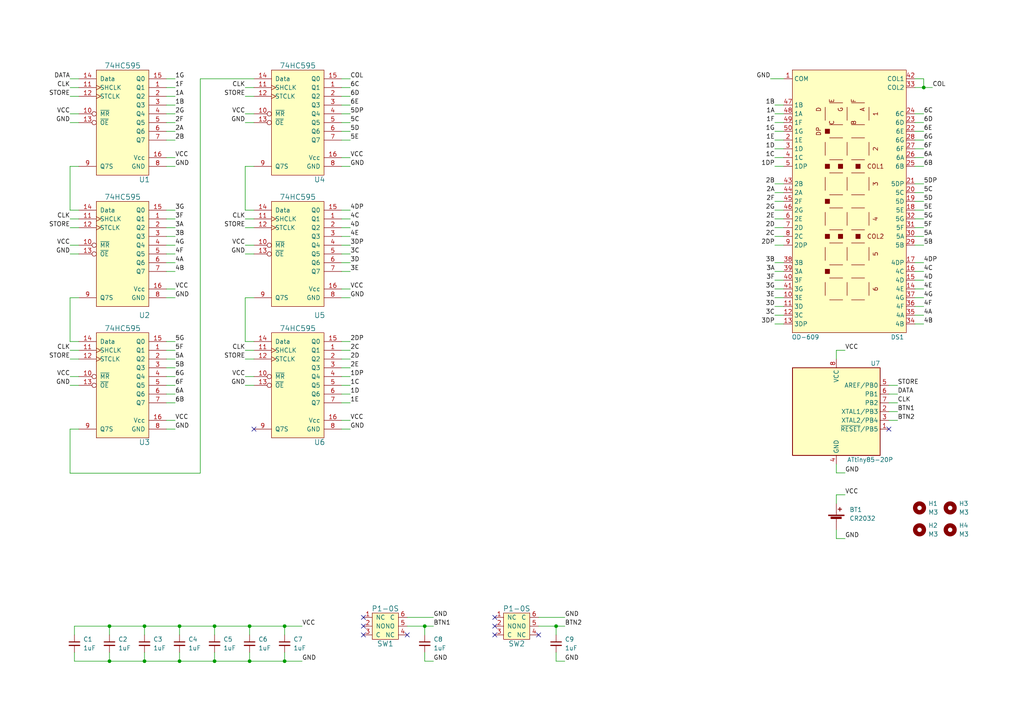
<source format=kicad_sch>
(kicad_sch (version 20211123) (generator eeschema)
  (paper "A4")
  (lib_symbols
    (symbol "Device:Battery_Cell" (pin_numbers hide) (pin_names (offset 0) hide)
      (property "Reference" "BT" (at 2.54 2.54 0))
      (property "Value" "Battery_Cell" (at 2.54 0 0))
      (symbol "Battery_Cell_0_1"
        (rectangle (start -2.286 1.778) (end 2.286 1.524) (fill (type outline)))
        (rectangle (start -1.5748 1.1938) (end 1.4732 0.6858) (fill (type outline)))
        (polyline (pts (xy 0 0.762) (xy 0 0)))
        (polyline (pts (xy 0 1.778) (xy 0 2.54)))
        (polyline (pts (xy 0.508 3.429) (xy 1.524 3.429)) (stroke (width 0.254)))
        (polyline (pts (xy 1.016 3.937) (xy 1.016 2.921)) (stroke (width 0.254)))
      )
      (symbol "Battery_Cell_1_1"
        (pin passive line (at 0 5.08 270) (length 2.54) (name "+") (number "1"))
        (pin passive line (at 0 -2.54 90) (length 2.54) (name "-") (number "2"))
      )
    )
    (symbol "Device:C_Small" (pin_numbers hide) (pin_names (offset 0.254) hide)
      (property "Reference" "C" (at 0.254 1.778 0))
      (property "Value" "C_Small" (at 0.254 -2.032 0))
      (symbol "C_Small_0_1"
        (polyline (pts (xy -1.524 -0.508) (xy 1.524 -0.508)) (stroke (width 0.3302)))
        (polyline (pts (xy -1.524 0.508) (xy 1.524 0.508)) (stroke (width 0.3048)))
      )
      (symbol "C_Small_1_1"
        (pin passive line (at 0 2.54 270) (length 2.032) (name "~") (number "1"))
        (pin passive line (at 0 -2.54 90) (length 2.032) (name "~") (number "2"))
      )
    )
    (symbol "MCU_Microchip_ATtiny:ATtiny85-20P"
      (property "Reference" "U" (at -12.7 13.97 0))
      (property "Value" "ATtiny85-20P" (at 2.54 -13.97 0))
      (symbol "ATtiny85-20P_0_1"
        (rectangle (start -12.7 -12.7) (end 12.7 12.7) (stroke (width 0.254)) (fill (type background)))
      )
      (symbol "ATtiny85-20P_1_1"
        (pin bidirectional line (at 15.24 -5.08 180) (length 2.54) (name "~{RESET}/PB5") (number "1"))
        (pin bidirectional line (at 15.24 0 180) (length 2.54) (name "XTAL1/PB3") (number "2"))
        (pin bidirectional line (at 15.24 -2.54 180) (length 2.54) (name "XTAL2/PB4") (number "3"))
        (pin power_in line (at 0 -15.24 90) (length 2.54) (name "GND") (number "4"))
        (pin bidirectional line (at 15.24 7.62 180) (length 2.54) (name "AREF/PB0") (number "5"))
        (pin bidirectional line (at 15.24 5.08 180) (length 2.54) (name "PB1") (number "6"))
        (pin bidirectional line (at 15.24 2.54 180) (length 2.54) (name "PB2") (number "7"))
        (pin power_in line (at 0 15.24 270) (length 2.54) (name "VCC") (number "8"))
      )
    )
    (symbol "Mechanical:MountingHole" (pin_names (offset 1.016))
      (property "Reference" "H" (at 0 5.08 0))
      (property "Value" "MountingHole" (at 0 3.175 0))
      (symbol "MountingHole_0_1"
        (circle (center 0 0) (radius 1.27) (stroke (width 1.27)))
      )
    )
    (symbol "ZZ_74xx_Custom:74HC595-DWW" (pin_names (offset 1.016))
      (property "Reference" "U" (at 0 -16.51 0))
      (property "Value" "74HC595-DWW" (at 0 16.51 0))
      (symbol "74HC595-DWW_0_1"
        (rectangle (start -7.62 15.24) (end 7.62 -15.24) (fill (type background)))
      )
      (symbol "74HC595-DWW_1_1"
        (pin output line (at 12.7 10.16 180) (length 5.08) (name "Q1") (number "1"))
        (pin input inverted (at -12.7 2.54 0) (length 5.08) (name "~{MR}") (number "10"))
        (pin input clock (at -12.7 10.16 0) (length 5.08) (name "SHCLK") (number "11"))
        (pin input clock (at -12.7 7.62 0) (length 5.08) (name "STCLK") (number "12"))
        (pin input inverted (at -12.7 0 0) (length 5.08) (name "~{OE}") (number "13"))
        (pin input line (at -12.7 12.7 0) (length 5.08) (name "Data") (number "14"))
        (pin output line (at 12.7 12.7 180) (length 5.08) (name "Q0") (number "15"))
        (pin power_in line (at 12.7 -10.16 180) (length 5.08) (name "Vcc") (number "16"))
        (pin output line (at 12.7 7.62 180) (length 5.08) (name "Q2") (number "2"))
        (pin output line (at 12.7 5.08 180) (length 5.08) (name "Q3") (number "3"))
        (pin output line (at 12.7 2.54 180) (length 5.08) (name "Q4") (number "4"))
        (pin output line (at 12.7 0 180) (length 5.08) (name "Q5") (number "5"))
        (pin output line (at 12.7 -2.54 180) (length 5.08) (name "Q6") (number "6"))
        (pin output line (at 12.7 -5.08 180) (length 5.08) (name "Q7") (number "7"))
        (pin power_in line (at 12.7 -12.7 180) (length 5.08) (name "GND") (number "8"))
        (pin output line (at -12.7 -12.7 0) (length 5.08) (name "Q7S") (number "9"))
      )
    )
    (symbol "ZZ_Display_Custom:OD-609"
      (property "Reference" "DS" (at 15.24 -39.37 0))
      (property "Value" "OD-609" (at -12.7 -39.37 0))
      (symbol "OD-609_0_0"
        (rectangle (start -16.51 38.1) (end 16.51 -38.1) (fill (type background)))
        (rectangle (start -6.985 -19.685) (end -5.715 -20.955) (fill (type outline)))
        (rectangle (start -6.985 -9.525) (end -5.715 -10.795) (fill (type outline)))
        (rectangle (start -6.985 0.635) (end -5.715 -0.635) (fill (type outline)))
        (rectangle (start -6.985 10.795) (end -5.715 9.525) (fill (type outline)))
        (rectangle (start -6.985 20.955) (end -5.715 19.685) (fill (type outline)))
        (rectangle (start -3.175 -9.525) (end -1.905 -10.795) (fill (type outline)))
        (rectangle (start -3.175 10.795) (end -1.905 9.525) (fill (type outline)))
        (rectangle (start 1.905 -9.525) (end 3.175 -10.795) (fill (type outline)))
        (rectangle (start 1.905 10.795) (end 3.175 9.525) (fill (type outline)))
        (text "1" (at 7.62 25.4 900) (effects (font (size 1.27 1.27))))
        (text "2" (at 7.62 15.24 900) (effects (font (size 1.27 1.27))))
        (text "3" (at 7.62 5.08 900) (effects (font (size 1.27 1.27))))
        (text "4" (at 7.62 -5.08 900) (effects (font (size 1.27 1.27))))
        (text "5" (at 7.62 -15.24 900) (effects (font (size 1.27 1.27))))
        (text "6" (at 7.62 -25.4 900) (effects (font (size 1.27 1.27))))
        (text "A" (at 3.81 26.67 900) (effects (font (size 1.27 1.27))))
        (text "B" (at 1.27 22.86 900) (effects (font (size 1.27 1.27))))
        (text "C" (at -5.08 22.86 900) (effects (font (size 1.27 1.27))))
        (text "COL1" (at 7.62 10.16 0) (effects (font (size 1.27 1.27))))
        (text "COL2" (at 7.62 -10.16 0) (effects (font (size 1.27 1.27))))
        (text "D" (at -8.89 26.67 900) (effects (font (size 1.27 1.27))))
        (text "DP" (at -8.89 20.32 900) (effects (font (size 1.27 1.27))))
        (text "E" (at -5.08 29.21 900) (effects (font (size 1.27 1.27))))
        (text "F" (at 1.27 29.21 900) (effects (font (size 1.27 1.27))))
        (text "G" (at -2.54 26.67 900) (effects (font (size 1.27 1.27))))
      )
      (symbol "OD-609_0_1"
        (polyline (pts (xy -6.985 -27.305) (xy -6.985 -23.495)))
        (polyline (pts (xy -6.985 -17.145) (xy -6.985 -13.335)))
        (polyline (pts (xy -6.985 -6.985) (xy -6.985 -3.175)))
        (polyline (pts (xy -6.985 3.175) (xy -6.985 6.985)))
        (polyline (pts (xy -6.985 13.335) (xy -6.985 17.145)))
        (polyline (pts (xy -6.985 23.495) (xy -6.985 27.305)))
        (polyline (pts (xy -1.905 -28.575) (xy -5.715 -28.575)))
        (polyline (pts (xy -1.905 -22.225) (xy -5.715 -22.225)))
        (polyline (pts (xy -1.905 -18.415) (xy -5.715 -18.415)))
        (polyline (pts (xy -1.905 -12.065) (xy -5.715 -12.065)))
        (polyline (pts (xy -1.905 -8.255) (xy -5.715 -8.255)))
        (polyline (pts (xy -1.905 -1.905) (xy -5.715 -1.905)))
        (polyline (pts (xy -1.905 1.905) (xy -5.715 1.905)))
        (polyline (pts (xy -1.905 8.255) (xy -5.715 8.255)))
        (polyline (pts (xy -1.905 12.065) (xy -5.715 12.065)))
        (polyline (pts (xy -1.905 18.415) (xy -5.715 18.415)))
        (polyline (pts (xy -1.905 22.225) (xy -5.715 22.225)))
        (polyline (pts (xy -1.905 28.575) (xy -5.715 28.575)))
        (polyline (pts (xy -0.635 -23.495) (xy -0.635 -27.305)))
        (polyline (pts (xy -0.635 -13.335) (xy -0.635 -17.145)))
        (polyline (pts (xy -0.635 -3.175) (xy -0.635 -6.985)))
        (polyline (pts (xy -0.635 6.985) (xy -0.635 3.175)))
        (polyline (pts (xy -0.635 17.145) (xy -0.635 13.335)))
        (polyline (pts (xy -0.635 27.305) (xy -0.635 23.495)))
        (polyline (pts (xy 4.445 -28.575) (xy 0.635 -28.575)))
        (polyline (pts (xy 4.445 -22.225) (xy 0.635 -22.225)))
        (polyline (pts (xy 4.445 -18.415) (xy 0.635 -18.415)))
        (polyline (pts (xy 4.445 -12.065) (xy 0.635 -12.065)))
        (polyline (pts (xy 4.445 -8.255) (xy 0.635 -8.255)))
        (polyline (pts (xy 4.445 -1.905) (xy 0.635 -1.905)))
        (polyline (pts (xy 4.445 1.905) (xy 0.635 1.905)))
        (polyline (pts (xy 4.445 8.255) (xy 0.635 8.255)))
        (polyline (pts (xy 4.445 12.065) (xy 0.635 12.065)))
        (polyline (pts (xy 4.445 18.415) (xy 0.635 18.415)))
        (polyline (pts (xy 4.445 22.225) (xy 0.635 22.225)))
        (polyline (pts (xy 4.445 28.575) (xy 0.635 28.575)))
        (polyline (pts (xy 5.715 -23.495) (xy 5.715 -27.305)))
        (polyline (pts (xy 5.715 -13.335) (xy 5.715 -17.145)))
        (polyline (pts (xy 5.715 -3.175) (xy 5.715 -6.985)))
        (polyline (pts (xy 5.715 6.985) (xy 5.715 3.175)))
        (polyline (pts (xy 5.715 17.145) (xy 5.715 13.335)))
        (polyline (pts (xy 5.715 27.305) (xy 5.715 23.495)))
      )
      (symbol "OD-609_1_1"
        (pin passive line (at -19.05 35.56 0) (length 2.54) (name "COM") (number "1"))
        (pin passive line (at -19.05 -27.94 0) (length 2.54) (name "3E") (number "10"))
        (pin passive line (at -19.05 -30.48 0) (length 2.54) (name "3D") (number "11"))
        (pin passive line (at -19.05 -33.02 0) (length 2.54) (name "3C") (number "12"))
        (pin passive line (at -19.05 -35.56 0) (length 2.54) (name "3DP") (number "13"))
        (pin passive line (at 19.05 -25.4 180) (length 2.54) (name "4E") (number "14"))
        (pin passive line (at 19.05 -22.86 180) (length 2.54) (name "4D") (number "15"))
        (pin passive line (at 19.05 -20.32 180) (length 2.54) (name "4C") (number "16"))
        (pin passive line (at 19.05 -17.78 180) (length 2.54) (name "4DP") (number "17"))
        (pin passive line (at 19.05 -2.54 180) (length 2.54) (name "5E") (number "18"))
        (pin passive line (at 19.05 0 180) (length 2.54) (name "5D") (number "19"))
        (pin passive line (at -19.05 17.78 0) (length 2.54) (name "1E") (number "2"))
        (pin passive line (at 19.05 2.54 180) (length 2.54) (name "5C") (number "20"))
        (pin passive line (at 19.05 5.08 180) (length 2.54) (name "5DP") (number "21"))
        (pin passive line (at 19.05 20.32 180) (length 2.54) (name "6E") (number "22"))
        (pin passive line (at 19.05 22.86 180) (length 2.54) (name "6D") (number "23"))
        (pin passive line (at 19.05 25.4 180) (length 2.54) (name "6C") (number "24"))
        (pin passive line (at 19.05 10.16 180) (length 2.54) (name "6B") (number "25"))
        (pin passive line (at 19.05 12.7 180) (length 2.54) (name "6A") (number "26"))
        (pin passive line (at 19.05 15.24 180) (length 2.54) (name "6F") (number "27"))
        (pin passive line (at 19.05 17.78 180) (length 2.54) (name "6G") (number "28"))
        (pin passive line (at 19.05 -12.7 180) (length 2.54) (name "5B") (number "29"))
        (pin passive line (at -19.05 15.24 0) (length 2.54) (name "1D") (number "3"))
        (pin passive line (at 19.05 -10.16 180) (length 2.54) (name "5A") (number "30"))
        (pin passive line (at 19.05 -7.62 180) (length 2.54) (name "5F") (number "31"))
        (pin passive line (at 19.05 -5.08 180) (length 2.54) (name "5G") (number "32"))
        (pin passive line (at 19.05 33.02 180) (length 2.54) (name "COL2") (number "33"))
        (pin passive line (at 19.05 -35.56 180) (length 2.54) (name "4B") (number "34"))
        (pin passive line (at 19.05 -33.02 180) (length 2.54) (name "4A") (number "35"))
        (pin passive line (at 19.05 -30.48 180) (length 2.54) (name "4F") (number "36"))
        (pin passive line (at 19.05 -27.94 180) (length 2.54) (name "4G") (number "37"))
        (pin passive line (at -19.05 -17.78 0) (length 2.54) (name "3B") (number "38"))
        (pin passive line (at -19.05 -20.32 0) (length 2.54) (name "3A") (number "39"))
        (pin passive line (at -19.05 12.7 0) (length 2.54) (name "1C") (number "4"))
        (pin passive line (at -19.05 -22.86 0) (length 2.54) (name "3F") (number "40"))
        (pin passive line (at -19.05 -25.4 0) (length 2.54) (name "3G") (number "41"))
        (pin passive line (at 19.05 35.56 180) (length 2.54) (name "COL1") (number "42"))
        (pin passive line (at -19.05 5.08 0) (length 2.54) (name "2B") (number "43"))
        (pin passive line (at -19.05 2.54 0) (length 2.54) (name "2A") (number "44"))
        (pin passive line (at -19.05 0 0) (length 2.54) (name "2F") (number "45"))
        (pin passive line (at -19.05 -2.54 0) (length 2.54) (name "2G") (number "46"))
        (pin passive line (at -19.05 27.94 0) (length 2.54) (name "1B") (number "47"))
        (pin passive line (at -19.05 25.4 0) (length 2.54) (name "1A") (number "48"))
        (pin passive line (at -19.05 22.86 0) (length 2.54) (name "1F") (number "49"))
        (pin passive line (at -19.05 10.16 0) (length 2.54) (name "1DP") (number "5"))
        (pin passive line (at -19.05 20.32 0) (length 2.54) (name "1G") (number "50"))
        (pin passive line (at -19.05 -5.08 0) (length 2.54) (name "2E") (number "6"))
        (pin passive line (at -19.05 -7.62 0) (length 2.54) (name "2D") (number "7"))
        (pin passive line (at -19.05 -10.16 0) (length 2.54) (name "2C") (number "8"))
        (pin passive line (at -19.05 -12.7 0) (length 2.54) (name "2DP") (number "9"))
      )
    )
    (symbol "ZZ_Switches_Custom:ZIPPY_SW" (pin_names (offset 1.016))
      (property "Reference" "SW" (at 0 -5.715 0))
      (property "Value" "ZIPPY_SW" (at 0 5.715 0))
      (symbol "ZIPPY_SW_0_0"
        (rectangle (start -3.81 3.81) (end 3.81 -3.81) (fill (type background)))
      )
      (symbol "ZIPPY_SW_1_1"
        (pin passive line (at -6.35 2.54 0) (length 2.54) (name "NC") (number "1"))
        (pin passive line (at -6.35 0 0) (length 2.54) (name "NO") (number "2"))
        (pin passive line (at -6.35 -2.54 0) (length 2.54) (name "C") (number "3"))
        (pin passive line (at 6.35 -2.54 180) (length 2.54) (name "NC") (number "4"))
        (pin passive line (at 6.35 0 180) (length 2.54) (name "NO") (number "5"))
        (pin passive line (at 6.35 2.54 180) (length 2.54) (name "C") (number "6"))
      )
    )
  )
  (junction (at 41.91 191.77))
  (junction (at 31.75 181.61))
  (junction (at 41.91 181.61))
  (junction (at 52.07 181.61))
  (junction (at 62.23 191.77))
  (junction (at 123.19 181.61))
  (junction (at 52.07 191.77))
  (junction (at 72.39 181.61))
  (junction (at 62.23 181.61))
  (junction (at 31.75 191.77))
  (junction (at 82.55 191.77))
  (junction (at 161.29 181.61))
  (junction (at 72.39 191.77))
  (junction (at 267.9173 25.3834))
  (junction (at 82.55 181.61))
  (no_connect (at 156.21 184.15))
  (no_connect (at 143.51 181.61))
  (no_connect (at 143.51 179.07))
  (no_connect (at 143.51 184.15))
  (no_connect (at 118.11 184.15))
  (no_connect (at 105.41 179.07))
  (no_connect (at 105.41 184.15))
  (no_connect (at 105.41 181.61))
  (no_connect (at 257.81 124.46))
  (no_connect (at 73.66 124.46))
  (wire (pts (xy 20.32 63.5) (xy 22.86 63.5)))
  (wire (pts (xy 242.57 156.21) (xy 242.57 153.67)))
  (wire (pts (xy 257.81 119.38) (xy 260.35 119.38)))
  (wire (pts (xy 71.12 104.14) (xy 73.66 104.14)))
  (wire (pts (xy 265.3773 60.9434) (xy 267.9173 60.9434)))
  (wire (pts (xy 224.7373 55.8634) (xy 227.2773 55.8634)))
  (wire (pts (xy 265.3773 86.3434) (xy 267.9173 86.3434)))
  (wire (pts (xy 99.06 66.04) (xy 101.6 66.04)))
  (wire (pts (xy 48.26 22.86) (xy 50.8 22.86)))
  (wire (pts (xy 41.91 181.61) (xy 52.07 181.61)))
  (wire (pts (xy 71.12 63.5) (xy 73.66 63.5)))
  (wire (pts (xy 20.32 66.04) (xy 22.86 66.04)))
  (wire (pts (xy 48.26 48.26) (xy 50.8 48.26)))
  (wire (pts (xy 267.9173 22.8434) (xy 267.9173 25.3834)))
  (wire (pts (xy 48.26 68.58) (xy 50.8 68.58)))
  (wire (pts (xy 245.11 156.21) (xy 242.57 156.21)))
  (wire (pts (xy 20.32 22.86) (xy 22.86 22.86)))
  (wire (pts (xy 22.86 124.46) (xy 20.32 124.46)))
  (wire (pts (xy 48.26 114.3) (xy 50.8 114.3)))
  (wire (pts (xy 161.29 191.77) (xy 161.29 189.23)))
  (wire (pts (xy 245.11 143.51) (xy 242.57 143.51)))
  (wire (pts (xy 71.12 35.56) (xy 73.66 35.56)))
  (wire (pts (xy 224.7373 81.2634) (xy 227.2773 81.2634)))
  (wire (pts (xy 265.3773 66.0234) (xy 267.9173 66.0234)))
  (wire (pts (xy 48.26 86.36) (xy 50.8 86.36)))
  (wire (pts (xy 48.26 124.46) (xy 50.8 124.46)))
  (wire (pts (xy 265.3773 76.1834) (xy 267.9173 76.1834)))
  (wire (pts (xy 99.06 76.2) (xy 101.6 76.2)))
  (wire (pts (xy 99.06 40.64) (xy 101.6 40.64)))
  (wire (pts (xy 82.55 191.77) (xy 82.55 189.23)))
  (wire (pts (xy 265.3773 48.2434) (xy 267.9173 48.2434)))
  (wire (pts (xy 20.32 86.36) (xy 20.32 99.06)))
  (wire (pts (xy 20.32 124.46) (xy 20.32 137.2442)))
  (wire (pts (xy 71.12 99.06) (xy 73.66 99.06)))
  (wire (pts (xy 224.7373 53.3234) (xy 227.2773 53.3234)))
  (wire (pts (xy 99.06 86.36) (xy 101.6 86.36)))
  (wire (pts (xy 31.75 191.77) (xy 41.91 191.77)))
  (wire (pts (xy 31.75 181.61) (xy 41.91 181.61)))
  (wire (pts (xy 265.3773 71.1034) (xy 267.9173 71.1034)))
  (wire (pts (xy 242.57 134.62) (xy 242.57 137.16)))
  (wire (pts (xy 99.06 45.72) (xy 101.6 45.72)))
  (wire (pts (xy 224.7373 78.7234) (xy 227.2773 78.7234)))
  (wire (pts (xy 71.12 86.36) (xy 71.12 99.06)))
  (wire (pts (xy 224.7373 30.4634) (xy 227.2773 30.4634)))
  (wire (pts (xy 156.21 181.61) (xy 161.29 181.61)))
  (wire (pts (xy 257.81 116.84) (xy 260.35 116.84)))
  (wire (pts (xy 224.7373 58.4034) (xy 227.2773 58.4034)))
  (wire (pts (xy 224.7373 68.5634) (xy 227.2773 68.5634)))
  (wire (pts (xy 48.26 40.64) (xy 50.8 40.64)))
  (wire (pts (xy 161.29 191.77) (xy 163.83 191.77)))
  (wire (pts (xy 22.86 86.36) (xy 20.32 86.36)))
  (wire (pts (xy 99.06 111.76) (xy 101.6 111.76)))
  (wire (pts (xy 99.06 35.56) (xy 101.6 35.56)))
  (wire (pts (xy 48.26 33.02) (xy 50.8 33.02)))
  (wire (pts (xy 99.06 68.58) (xy 101.6 68.58)))
  (wire (pts (xy 72.39 191.77) (xy 82.55 191.77)))
  (wire (pts (xy 224.7373 33.0034) (xy 227.2773 33.0034)))
  (wire (pts (xy 48.26 66.04) (xy 50.8 66.04)))
  (wire (pts (xy 62.23 181.61) (xy 72.39 181.61)))
  (wire (pts (xy 161.29 181.61) (xy 163.83 181.61)))
  (wire (pts (xy 62.23 189.23) (xy 62.23 191.77)))
  (wire (pts (xy 48.26 27.94) (xy 50.8 27.94)))
  (wire (pts (xy 48.26 121.92) (xy 50.8 121.92)))
  (wire (pts (xy 20.32 137.2442) (xy 58.087 137.2442)))
  (wire (pts (xy 118.11 181.61) (xy 123.19 181.61)))
  (wire (pts (xy 265.3773 40.6234) (xy 267.9173 40.6234)))
  (wire (pts (xy 265.3773 81.2634) (xy 267.9173 81.2634)))
  (wire (pts (xy 257.81 114.3) (xy 260.35 114.3)))
  (wire (pts (xy 73.66 86.36) (xy 71.12 86.36)))
  (wire (pts (xy 72.39 181.61) (xy 82.55 181.61)))
  (wire (pts (xy 71.12 101.6) (xy 73.66 101.6)))
  (wire (pts (xy 123.19 191.77) (xy 125.73 191.77)))
  (wire (pts (xy 22.86 48.26) (xy 20.32 48.26)))
  (wire (pts (xy 242.57 101.6) (xy 245.11 101.6)))
  (wire (pts (xy 82.55 181.61) (xy 82.55 184.15)))
  (wire (pts (xy 265.3773 25.3834) (xy 267.9173 25.3834)))
  (wire (pts (xy 48.26 71.12) (xy 50.8 71.12)))
  (wire (pts (xy 48.26 116.84) (xy 50.8 116.84)))
  (wire (pts (xy 242.57 104.14) (xy 242.57 101.6)))
  (wire (pts (xy 71.12 73.66) (xy 73.66 73.66)))
  (wire (pts (xy 21.59 189.23) (xy 21.59 191.77)))
  (wire (pts (xy 20.32 25.4) (xy 22.86 25.4)))
  (wire (pts (xy 265.3773 83.8034) (xy 267.9173 83.8034)))
  (wire (pts (xy 71.12 71.12) (xy 73.66 71.12)))
  (wire (pts (xy 48.26 101.6) (xy 50.8 101.6)))
  (wire (pts (xy 265.3773 63.4834) (xy 267.9173 63.4834)))
  (wire (pts (xy 48.26 30.48) (xy 50.8 30.48)))
  (wire (pts (xy 20.32 33.02) (xy 22.86 33.02)))
  (wire (pts (xy 224.7373 35.5434) (xy 227.2773 35.5434)))
  (wire (pts (xy 265.3773 22.8434) (xy 267.9173 22.8434)))
  (wire (pts (xy 48.26 63.5) (xy 50.8 63.5)))
  (wire (pts (xy 265.3773 35.5434) (xy 267.9173 35.5434)))
  (wire (pts (xy 58.087 137.2442) (xy 58.087 22.86)))
  (wire (pts (xy 99.06 38.1) (xy 101.6 38.1)))
  (wire (pts (xy 265.3773 78.7234) (xy 267.9173 78.7234)))
  (wire (pts (xy 71.12 25.4) (xy 73.66 25.4)))
  (wire (pts (xy 156.21 179.07) (xy 163.83 179.07)))
  (wire (pts (xy 265.3773 91.4234) (xy 267.9173 91.4234)))
  (wire (pts (xy 265.3773 58.4034) (xy 267.9173 58.4034)))
  (wire (pts (xy 242.57 143.51) (xy 242.57 146.05)))
  (wire (pts (xy 72.39 189.23) (xy 72.39 191.77)))
  (wire (pts (xy 71.12 111.76) (xy 73.66 111.76)))
  (wire (pts (xy 41.91 181.61) (xy 41.91 184.15)))
  (wire (pts (xy 20.32 48.26) (xy 20.32 60.96)))
  (wire (pts (xy 20.32 101.6) (xy 22.86 101.6)))
  (wire (pts (xy 99.06 73.66) (xy 101.6 73.66)))
  (wire (pts (xy 224.7373 38.0834) (xy 227.2773 38.0834)))
  (wire (pts (xy 20.32 71.12) (xy 22.86 71.12)))
  (wire (pts (xy 41.91 189.23) (xy 41.91 191.77)))
  (wire (pts (xy 20.32 99.06) (xy 22.86 99.06)))
  (wire (pts (xy 267.9173 25.3834) (xy 270.4573 25.3834)))
  (wire (pts (xy 62.23 191.77) (xy 72.39 191.77)))
  (wire (pts (xy 224.7373 43.1634) (xy 227.2773 43.1634)))
  (wire (pts (xy 123.19 181.61) (xy 123.19 184.15)))
  (wire (pts (xy 48.26 45.72) (xy 50.8 45.72)))
  (wire (pts (xy 224.7373 86.3434) (xy 227.2773 86.3434)))
  (wire (pts (xy 224.7373 88.8834) (xy 227.2773 88.8834)))
  (wire (pts (xy 99.06 78.74) (xy 101.6 78.74)))
  (wire (pts (xy 265.3773 53.3234) (xy 267.9173 53.3234)))
  (wire (pts (xy 123.19 181.61) (xy 125.73 181.61)))
  (wire (pts (xy 224.7373 40.6234) (xy 227.2773 40.6234)))
  (wire (pts (xy 257.81 121.92) (xy 260.35 121.92)))
  (wire (pts (xy 224.7373 76.1834) (xy 227.2773 76.1834)))
  (wire (pts (xy 48.26 83.82) (xy 50.8 83.82)))
  (wire (pts (xy 21.59 191.77) (xy 31.75 191.77)))
  (wire (pts (xy 265.3773 45.7034) (xy 267.9173 45.7034)))
  (wire (pts (xy 224.7373 83.8034) (xy 227.2773 83.8034)))
  (wire (pts (xy 72.39 181.61) (xy 72.39 184.15)))
  (wire (pts (xy 48.26 104.14) (xy 50.8 104.14)))
  (wire (pts (xy 73.66 48.26) (xy 71.12 48.26)))
  (wire (pts (xy 20.32 111.76) (xy 22.86 111.76)))
  (wire (pts (xy 48.26 73.66) (xy 50.8 73.66)))
  (wire (pts (xy 99.06 22.86) (xy 101.6 22.86)))
  (wire (pts (xy 48.26 78.74) (xy 50.8 78.74)))
  (wire (pts (xy 31.75 181.61) (xy 31.75 184.15)))
  (wire (pts (xy 224.7373 66.0234) (xy 227.2773 66.0234)))
  (wire (pts (xy 21.59 181.61) (xy 31.75 181.61)))
  (wire (pts (xy 99.06 121.92) (xy 101.6 121.92)))
  (wire (pts (xy 20.32 35.56) (xy 22.86 35.56)))
  (wire (pts (xy 265.3773 43.1634) (xy 267.9173 43.1634)))
  (wire (pts (xy 265.3773 93.9634) (xy 267.9173 93.9634)))
  (wire (pts (xy 20.32 27.94) (xy 22.86 27.94)))
  (wire (pts (xy 99.06 109.22) (xy 101.6 109.22)))
  (wire (pts (xy 48.26 60.96) (xy 50.8 60.96)))
  (wire (pts (xy 99.06 99.06) (xy 101.6 99.06)))
  (wire (pts (xy 99.06 104.14) (xy 101.6 104.14)))
  (wire (pts (xy 20.32 109.22) (xy 22.86 109.22)))
  (wire (pts (xy 99.06 116.84) (xy 101.6 116.84)))
  (wire (pts (xy 257.81 111.76) (xy 260.35 111.76)))
  (wire (pts (xy 82.55 181.61) (xy 87.63 181.61)))
  (wire (pts (xy 224.7373 91.4234) (xy 227.2773 91.4234)))
  (wire (pts (xy 223.4673 22.8434) (xy 227.2773 22.8434)))
  (wire (pts (xy 224.7373 45.7034) (xy 227.2773 45.7034)))
  (wire (pts (xy 71.12 48.26) (xy 71.12 60.96)))
  (wire (pts (xy 99.06 63.5) (xy 101.6 63.5)))
  (wire (pts (xy 52.07 191.77) (xy 62.23 191.77)))
  (wire (pts (xy 62.23 181.61) (xy 62.23 184.15)))
  (wire (pts (xy 265.3773 33.0034) (xy 267.9173 33.0034)))
  (wire (pts (xy 99.06 106.68) (xy 101.6 106.68)))
  (wire (pts (xy 48.26 25.4) (xy 50.8 25.4)))
  (wire (pts (xy 99.06 114.3) (xy 101.6 114.3)))
  (wire (pts (xy 71.12 27.94) (xy 73.66 27.94)))
  (wire (pts (xy 99.06 48.26) (xy 101.6 48.26)))
  (wire (pts (xy 99.06 60.96) (xy 101.6 60.96)))
  (wire (pts (xy 31.75 189.23) (xy 31.75 191.77)))
  (wire (pts (xy 21.59 181.61) (xy 21.59 184.15)))
  (wire (pts (xy 161.29 181.61) (xy 161.29 184.15)))
  (wire (pts (xy 71.12 66.04) (xy 73.66 66.04)))
  (wire (pts (xy 52.07 181.61) (xy 62.23 181.61)))
  (wire (pts (xy 99.06 33.02) (xy 101.6 33.02)))
  (wire (pts (xy 71.12 60.96) (xy 73.66 60.96)))
  (wire (pts (xy 224.7373 48.2434) (xy 227.2773 48.2434)))
  (wire (pts (xy 52.07 189.23) (xy 52.07 191.77)))
  (wire (pts (xy 265.3773 38.0834) (xy 267.9173 38.0834)))
  (wire (pts (xy 265.3773 88.8834) (xy 267.9173 88.8834)))
  (wire (pts (xy 48.26 35.56) (xy 50.8 35.56)))
  (wire (pts (xy 71.12 33.02) (xy 73.66 33.02)))
  (wire (pts (xy 48.26 76.2) (xy 50.8 76.2)))
  (wire (pts (xy 99.06 71.12) (xy 101.6 71.12)))
  (wire (pts (xy 224.7373 63.4834) (xy 227.2773 63.4834)))
  (wire (pts (xy 265.3773 68.5634) (xy 267.9173 68.5634)))
  (wire (pts (xy 71.12 109.22) (xy 73.66 109.22)))
  (wire (pts (xy 58.087 22.86) (xy 73.66 22.86)))
  (wire (pts (xy 99.06 101.6) (xy 101.6 101.6)))
  (wire (pts (xy 242.57 137.16) (xy 245.11 137.16)))
  (wire (pts (xy 99.06 124.46) (xy 101.6 124.46)))
  (wire (pts (xy 48.26 38.1) (xy 50.8 38.1)))
  (wire (pts (xy 48.26 111.76) (xy 50.8 111.76)))
  (wire (pts (xy 224.7373 60.9434) (xy 227.2773 60.9434)))
  (wire (pts (xy 224.7373 93.9634) (xy 227.2773 93.9634)))
  (wire (pts (xy 224.7373 71.1034) (xy 227.2773 71.1034)))
  (wire (pts (xy 48.26 99.06) (xy 50.8 99.06)))
  (wire (pts (xy 265.3773 55.8634) (xy 267.9173 55.8634)))
  (wire (pts (xy 99.06 27.94) (xy 101.6 27.94)))
  (wire (pts (xy 99.06 30.48) (xy 101.6 30.48)))
  (wire (pts (xy 118.11 179.07) (xy 125.73 179.07)))
  (wire (pts (xy 52.07 181.61) (xy 52.07 184.15)))
  (wire (pts (xy 123.19 191.77) (xy 123.19 189.23)))
  (wire (pts (xy 41.91 191.77) (xy 52.07 191.77)))
  (wire (pts (xy 48.26 109.22) (xy 50.8 109.22)))
  (wire (pts (xy 20.32 60.96) (xy 22.86 60.96)))
  (wire (pts (xy 82.55 191.77) (xy 87.63 191.77)))
  (wire (pts (xy 48.26 106.68) (xy 50.8 106.68)))
  (wire (pts (xy 20.32 104.14) (xy 22.86 104.14)))
  (wire (pts (xy 99.06 83.82) (xy 101.6 83.82)))
  (wire (pts (xy 20.32 73.66) (xy 22.86 73.66)))
  (wire (pts (xy 99.06 25.4) (xy 101.6 25.4)))
  (label "2B" (at 50.8 40.64 0))
  (label "1E" (at 224.7373 40.6234 180))
  (label "5F" (at 267.9173 66.0234 0))
  (label "VCC" (at 87.63 181.61 0))
  (label "6A" (at 50.8 114.3 0))
  (label "STORE" (at 20.32 66.04 180))
  (label "2C" (at 224.7373 68.5634 180))
  (label "4A" (at 267.9173 91.4234 0))
  (label "DATA" (at 20.32 22.86 180))
  (label "2DP" (at 101.6 99.06 0))
  (label "5G" (at 50.8 99.06 0))
  (label "4C" (at 101.6 63.5 0))
  (label "4DP" (at 267.9173 76.1834 0))
  (label "5A" (at 267.9173 68.5634 0))
  (label "1C" (at 224.7373 45.7034 180))
  (label "BTN1" (at 260.35 119.38 0))
  (label "GND" (at 71.12 111.76 180))
  (label "CLK" (at 71.12 25.4 180))
  (label "4G" (at 50.8 71.12 0))
  (label "3G" (at 224.7373 83.8034 180))
  (label "VCC" (at 50.8 45.72 0))
  (label "CLK" (at 71.12 101.6 180))
  (label "3A" (at 224.7373 78.7234 180))
  (label "3C" (at 101.6 73.66 0))
  (label "GND" (at 125.73 179.07 0))
  (label "3E" (at 101.6 78.74 0))
  (label "4E" (at 267.9173 83.8034 0))
  (label "3D" (at 101.6 76.2 0))
  (label "VCC" (at 71.12 33.02 180))
  (label "5C" (at 267.9173 55.8634 0))
  (label "CLK" (at 20.32 101.6 180))
  (label "2G" (at 50.8 33.02 0))
  (label "GND" (at 223.4673 22.8434 180))
  (label "GND" (at 245.11 137.16 0))
  (label "BTN2" (at 163.83 181.61 0))
  (label "STORE" (at 71.12 104.14 180))
  (label "GND" (at 20.32 35.56 180))
  (label "1D" (at 101.6 114.3 0))
  (label "2D" (at 224.7373 66.0234 180))
  (label "3D" (at 224.7373 88.8834 180))
  (label "CLK" (at 20.32 63.5 180))
  (label "4D" (at 101.6 66.04 0))
  (label "6D" (at 101.6 27.94 0))
  (label "4B" (at 50.8 78.74 0))
  (label "VCC" (at 245.11 101.6 0))
  (label "5F" (at 50.8 101.6 0))
  (label "6C" (at 101.6 25.4 0))
  (label "VCC" (at 50.8 121.92 0))
  (label "COL" (at 270.4573 25.3834 0))
  (label "3C" (at 224.7373 91.4234 180))
  (label "1G" (at 50.8 22.86 0))
  (label "5D" (at 101.6 38.1 0))
  (label "1DP" (at 224.7373 48.2434 180))
  (label "5A" (at 50.8 104.14 0))
  (label "GND" (at 245.11 156.21 0))
  (label "BTN2" (at 260.35 121.92 0))
  (label "VCC" (at 50.8 83.82 0))
  (label "3A" (at 50.8 66.04 0))
  (label "5E" (at 267.9173 60.9434 0))
  (label "3F" (at 224.7373 81.2634 180))
  (label "1B" (at 50.8 30.48 0))
  (label "GND" (at 163.83 179.07 0))
  (label "CLK" (at 260.35 116.84 0))
  (label "6A" (at 267.9173 45.7034 0))
  (label "GND" (at 50.8 124.46 0))
  (label "6G" (at 267.9173 40.6234 0))
  (label "2B" (at 224.7373 53.3234 180))
  (label "2E" (at 101.6 106.68 0))
  (label "4F" (at 50.8 73.66 0))
  (label "4G" (at 267.9173 86.3434 0))
  (label "3F" (at 50.8 63.5 0))
  (label "VCC" (at 71.12 71.12 180))
  (label "3DP" (at 224.7373 93.9634 180))
  (label "5B" (at 50.8 106.68 0))
  (label "2A" (at 224.7373 55.8634 180))
  (label "GND" (at 50.8 48.26 0))
  (label "GND" (at 101.6 48.26 0))
  (label "1DP" (at 101.6 109.22 0))
  (label "VCC" (at 20.32 33.02 180))
  (label "1D" (at 224.7373 43.1634 180))
  (label "4B" (at 267.9173 93.9634 0))
  (label "GND" (at 101.6 124.46 0))
  (label "3B" (at 50.8 68.58 0))
  (label "6B" (at 50.8 116.84 0))
  (label "STORE" (at 71.12 27.94 180))
  (label "6C" (at 267.9173 33.0034 0))
  (label "5G" (at 267.9173 63.4834 0))
  (label "6F" (at 50.8 111.76 0))
  (label "5DP" (at 101.6 33.02 0))
  (label "VCC" (at 101.6 83.82 0))
  (label "3G" (at 50.8 60.96 0))
  (label "2F" (at 50.8 35.56 0))
  (label "VCC" (at 101.6 45.72 0))
  (label "VCC" (at 71.12 109.22 180))
  (label "STORE" (at 260.35 111.76 0))
  (label "1F" (at 50.8 25.4 0))
  (label "STORE" (at 71.12 66.04 180))
  (label "STORE" (at 20.32 27.94 180))
  (label "DATA" (at 260.35 114.3 0))
  (label "2E" (at 224.7373 63.4834 180))
  (label "1C" (at 101.6 111.76 0))
  (label "GND" (at 163.83 191.77 0))
  (label "COL" (at 101.6 22.86 0))
  (label "3B" (at 224.7373 76.1834 180))
  (label "4DP" (at 101.6 60.96 0))
  (label "3E" (at 224.7373 86.3434 180))
  (label "1G" (at 224.7373 38.0834 180))
  (label "BTN1" (at 125.73 181.61 0))
  (label "4A" (at 50.8 76.2 0))
  (label "VCC" (at 245.11 143.51 0))
  (label "2G" (at 224.7373 60.9434 180))
  (label "1A" (at 50.8 27.94 0))
  (label "6E" (at 267.9173 38.0834 0))
  (label "1E" (at 101.6 116.84 0))
  (label "6F" (at 267.9173 43.1634 0))
  (label "5B" (at 267.9173 71.1034 0))
  (label "VCC" (at 20.32 109.22 180))
  (label "VCC" (at 101.6 121.92 0))
  (label "GND" (at 125.73 191.77 0))
  (label "2C" (at 101.6 101.6 0))
  (label "GND" (at 101.6 86.36 0))
  (label "1B" (at 224.7373 30.4634 180))
  (label "2F" (at 224.7373 58.4034 180))
  (label "4E" (at 101.6 68.58 0))
  (label "4F" (at 267.9173 88.8834 0))
  (label "5E" (at 101.6 40.64 0))
  (label "GND" (at 71.12 35.56 180))
  (label "2DP" (at 224.7373 71.1034 180))
  (label "GND" (at 20.32 111.76 180))
  (label "GND" (at 20.32 73.66 180))
  (label "3DP" (at 101.6 71.12 0))
  (label "CLK" (at 71.12 63.5 180))
  (label "6G" (at 50.8 109.22 0))
  (label "STORE" (at 20.32 104.14 180))
  (label "5DP" (at 267.9173 53.3234 0))
  (label "CLK" (at 20.32 25.4 180))
  (label "1F" (at 224.7373 35.5434 180))
  (label "2A" (at 50.8 38.1 0))
  (label "GND" (at 71.12 73.66 180))
  (label "1A" (at 224.7373 33.0034 180))
  (label "6B" (at 267.9173 48.2434 0))
  (label "2D" (at 101.6 104.14 0))
  (label "5C" (at 101.6 35.56 0))
  (label "4D" (at 267.9173 81.2634 0))
  (label "5D" (at 267.9173 58.4034 0))
  (label "6D" (at 267.9173 35.5434 0))
  (label "GND" (at 87.63 191.77 0))
  (label "6E" (at 101.6 30.48 0))
  (label "4C" (at 267.9173 78.7234 0))
  (label "GND" (at 50.8 86.36 0))
  (label "VCC" (at 20.32 71.12 180))
  (symbol (lib_id "Device:C_Small") (at 21.59 186.69 0) (unit 1)
    (property "Reference" "C1" (at 24.13 185.4262 0) (effects (justify left)))
    (property "Value" "1uF" (at 24.13 187.9662 0) (effects (justify left)))
    (property "Footprint" "Capacitor_SMD:C_0603_1608Metric_Pad1.08x0.95mm_HandSolder" (effects hide))
  )
  (symbol (lib_id "Mechanical:MountingHole") (at 266.7 147.32 0) (unit 1)
    (property "Reference" "H1" (at 269.24 146.0499 0) (effects (justify left)))
    (property "Value" "M3" (at 269.24 148.5899 0) (effects (justify left)))
    (property "Footprint" "MountingHole:MountingHole_3.2mm_M3" (effects hide))
  )
  (symbol (lib_id "ZZ_74xx_Custom:74HC595-DWW") (at 86.36 35.56 0) (unit 1)
    (property "Reference" "U4" (at 92.71 52.07 0) (effects (font (size 1.524 1.524))))
    (property "Value" "74HC595" (at 86.36 19.05 0) (effects (font (size 1.524 1.524))))
    (property "Footprint" "Package_SO:SO-16_3.9x9.9mm_P1.27mm" (effects hide))
  )
  (symbol (lib_id "Device:C_Small") (at 52.07 186.69 0) (unit 1)
    (property "Reference" "C4" (at 54.61 185.4262 0) (effects (justify left)))
    (property "Value" "1uF" (at 54.61 187.9662 0) (effects (justify left)))
    (property "Footprint" "Capacitor_SMD:C_0603_1608Metric_Pad1.08x0.95mm_HandSolder" (effects hide))
  )
  (symbol (lib_id "ZZ_74xx_Custom:74HC595-DWW") (at 86.36 111.76 0) (unit 1)
    (property "Reference" "U6" (at 92.71 128.27 0) (effects (font (size 1.524 1.524))))
    (property "Value" "74HC595" (at 86.36 95.25 0) (effects (font (size 1.524 1.524))))
    (property "Footprint" "Package_SO:SO-16_3.9x9.9mm_P1.27mm" (effects hide))
  )
  (symbol (lib_id "Mechanical:MountingHole") (at 266.7 153.67 0) (unit 1)
    (property "Reference" "H2" (at 269.24 152.3999 0) (effects (justify left)))
    (property "Value" "M3" (at 269.24 154.9399 0) (effects (justify left)))
    (property "Footprint" "MountingHole:MountingHole_3.2mm_M3" (effects hide))
  )
  (symbol (lib_id "Device:C_Small") (at 123.19 186.69 0) (unit 1)
    (property "Reference" "C8" (at 125.73 185.4262 0) (effects (justify left)))
    (property "Value" "1uF" (at 125.73 187.9662 0) (effects (justify left)))
    (property "Footprint" "Capacitor_SMD:C_0603_1608Metric_Pad1.08x0.95mm_HandSolder" (effects hide))
  )
  (symbol (lib_id "Mechanical:MountingHole") (at 275.59 147.32 0) (unit 1)
    (property "Reference" "H3" (at 278.13 146.0499 0) (effects (justify left)))
    (property "Value" "M3" (at 278.13 148.5899 0) (effects (justify left)))
    (property "Footprint" "MountingHole:MountingHole_3.2mm_M3" (effects hide))
  )
  (symbol (lib_id "Device:C_Small") (at 161.29 186.69 0) (unit 1)
    (property "Reference" "C9" (at 163.83 185.4262 0) (effects (justify left)))
    (property "Value" "1uF" (at 163.83 187.9662 0) (effects (justify left)))
    (property "Footprint" "Capacitor_SMD:C_0603_1608Metric_Pad1.08x0.95mm_HandSolder" (effects hide))
  )
  (symbol (lib_id "MCU_Microchip_ATtiny:ATtiny85-20P") (at 242.57 119.38 0) (unit 1)
    (property "Reference" "U7" (at 255.27 105.41 0) (effects (justify right)))
    (property "Value" "ATtiny85-20P" (at 259.08 133.35 0) (effects (justify right)))
    (property "Footprint" "Package_DIP:DIP-8_W7.62mm_Socket" (effects hide))
    (property "Datasheet" "http://ww1.microchip.com/downloads/en/DeviceDoc/atmel-2586-avr-8-bit-microcontroller-attiny25-attiny45-attiny85_datasheet.pdf" (effects hide))
  )
  (symbol (lib_id "Mechanical:MountingHole") (at 275.59 153.67 0) (unit 1)
    (property "Reference" "H4" (at 278.13 152.3999 0) (effects (justify left)))
    (property "Value" "M3" (at 278.13 154.9399 0) (effects (justify left)))
    (property "Footprint" "MountingHole:MountingHole_3.2mm_M3" (effects hide))
  )
  (symbol (lib_id "Device:C_Small") (at 31.75 186.69 0) (unit 1)
    (property "Reference" "C2" (at 34.29 185.4262 0) (effects (justify left)))
    (property "Value" "1uF" (at 34.29 187.9662 0) (effects (justify left)))
    (property "Footprint" "Capacitor_SMD:C_0603_1608Metric_Pad1.08x0.95mm_HandSolder" (effects hide))
  )
  (symbol (lib_id "ZZ_Switches_Custom:ZIPPY_SW") (at 111.76 181.61 0) (unit 1)
    (property "Reference" "SW1" (at 111.76 186.69 0) (effects (font (size 1.524 1.524))))
    (property "Value" "P1-0S" (at 111.76 176.53 0) (effects (font (size 1.524 1.524))))
    (property "Footprint" "ZZ_Custom_Footprints:ZIPPY_P1" (effects hide))
  )
  (symbol (lib_id "ZZ_74xx_Custom:74HC595-DWW") (at 35.56 35.56 0) (unit 1)
    (property "Reference" "U1" (at 41.91 52.07 0) (effects (font (size 1.524 1.524))))
    (property "Value" "74HC595" (at 35.56 19.05 0) (effects (font (size 1.524 1.524))))
    (property "Footprint" "Package_SO:SO-16_3.9x9.9mm_P1.27mm" (effects hide))
  )
  (symbol (lib_id "ZZ_Display_Custom:OD-609") (at 246.3273 58.4034 0) (unit 1)
    (property "Reference" "DS1" (at 260.2973 97.7734 0))
    (property "Value" "OD-609" (at 233.6273 97.7734 0))
    (property "Footprint" "ZZ_Custom_Footprints:OD-609" (effects hide))
  )
  (symbol (lib_id "Device:C_Small") (at 62.23 186.69 0) (unit 1)
    (property "Reference" "C5" (at 64.77 185.4262 0) (effects (justify left)))
    (property "Value" "1uF" (at 64.77 187.9662 0) (effects (justify left)))
    (property "Footprint" "Capacitor_SMD:C_0603_1608Metric_Pad1.08x0.95mm_HandSolder" (effects hide))
  )
  (symbol (lib_id "Device:Battery_Cell") (at 242.57 151.13 0) (unit 1)
    (property "Reference" "BT1" (at 246.38 147.8279 0) (effects (justify left)))
    (property "Value" "CR2032" (at 246.38 150.3679 0) (effects (justify left)))
    (property "Footprint" "ZZ_Custom_Footprints:KEYSTONE_1060" (effects hide))
  )
  (symbol (lib_id "ZZ_74xx_Custom:74HC595-DWW") (at 35.56 111.76 0) (unit 1)
    (property "Reference" "U3" (at 41.91 128.27 0) (effects (font (size 1.524 1.524))))
    (property "Value" "74HC595" (at 35.56 95.25 0) (effects (font (size 1.524 1.524))))
    (property "Footprint" "Package_SO:SO-16_3.9x9.9mm_P1.27mm" (effects hide))
  )
  (symbol (lib_id "ZZ_Switches_Custom:ZIPPY_SW") (at 149.86 181.61 0) (unit 1)
    (property "Reference" "SW2" (at 149.86 186.69 0) (effects (font (size 1.524 1.524))))
    (property "Value" "P1-0S" (at 149.86 176.53 0) (effects (font (size 1.524 1.524))))
    (property "Footprint" "ZZ_Custom_Footprints:ZIPPY_P1" (effects hide))
  )
  (symbol (lib_id "Device:C_Small") (at 41.91 186.69 0) (unit 1)
    (property "Reference" "C3" (at 44.45 185.4262 0) (effects (justify left)))
    (property "Value" "1uF" (at 44.45 187.9662 0) (effects (justify left)))
    (property "Footprint" "Capacitor_SMD:C_0603_1608Metric_Pad1.08x0.95mm_HandSolder" (effects hide))
  )
  (symbol (lib_id "Device:C_Small") (at 82.55 186.69 0) (unit 1)
    (property "Reference" "C7" (at 85.09 185.4262 0) (effects (justify left)))
    (property "Value" "1uF" (at 85.09 187.9662 0) (effects (justify left)))
    (property "Footprint" "Capacitor_SMD:C_0603_1608Metric_Pad1.08x0.95mm_HandSolder" (effects hide))
  )
  (symbol (lib_id "Device:C_Small") (at 72.39 186.69 0) (unit 1)
    (property "Reference" "C6" (at 74.93 185.4262 0) (effects (justify left)))
    (property "Value" "1uF" (at 74.93 187.9662 0) (effects (justify left)))
    (property "Footprint" "Capacitor_SMD:C_0603_1608Metric_Pad1.08x0.95mm_HandSolder" (effects hide))
  )
  (symbol (lib_id "ZZ_74xx_Custom:74HC595-DWW") (at 35.56 73.66 0) (unit 1)
    (property "Reference" "U2" (at 41.91 91.44 0) (effects (font (size 1.524 1.524))))
    (property "Value" "74HC595" (at 35.56 57.15 0) (effects (font (size 1.524 1.524))))
    (property "Footprint" "Package_SO:SO-16_3.9x9.9mm_P1.27mm" (effects hide))
  )
  (symbol (lib_id "ZZ_74xx_Custom:74HC595-DWW") (at 86.36 73.66 0) (unit 1)
    (property "Reference" "U5" (at 92.71 91.44 0) (effects (font (size 1.524 1.524))))
    (property "Value" "74HC595" (at 86.36 57.15 0) (effects (font (size 1.524 1.524))))
    (property "Footprint" "Package_SO:SO-16_3.9x9.9mm_P1.27mm" (effects hide))
  )
)
</source>
